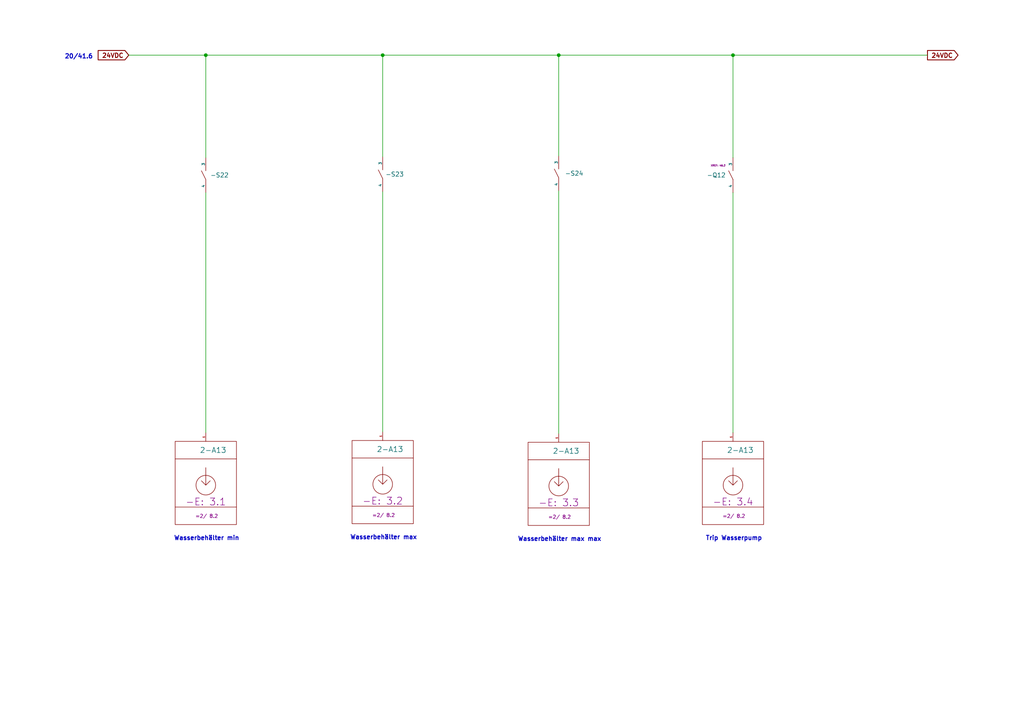
<source format=kicad_sch>
(kicad_sch (version 20250114) (generator "eeschema") (generator_version "9.0")
  (paper "A4")
  (title_block (comment 4 "25"))
  (lib_symbols
    (symbol "standart:PLC_IN_(E)" (on_board no)
      (property "Reference" "-A" (at -13.208 15.24 0))
      (property "Target" "=Gruppe/ Seite.Pfad" (at 0.254 -8.382 0))
      (symbol "PLC_IN_(E)_0_1"
        (rectangle (start -8.89 12.7) (end 8.89 -11.43))
        (polyline (pts (xy -8.89 7.62) (xy 8.89 7.62)))
        (polyline (pts (xy -8.89 -6.35) (xy 8.89 -6.35)))
        (polyline (pts (xy 0 5.08) (xy 0 0) (xy 1.27 1.27) (xy 0 0) (xy -1.27 1.27)))
        (circle (center 0 0) (radius 2.8398))
      )
      (symbol "PLC_IN_(E)_1_1"
        (pin input line (at 0 15.24 270) (length 2.54) (name "") (number "1"))
      )
    )
    (symbol "standart:Relais_(K)_NO" (pin_numbers (hide yes)) (pin_names (offset 0))
      (property "Reference" "-K" (at -4.318 4.318 0))
      (symbol "Relais_(K)_NO_0_1"
        (polyline (pts (xy 0 1.27) (xy 0 1.27)))
        (polyline (pts (xy 0 -1.27) (xy -1.27 1.27)))
      )
      (symbol "Relais_(K)_NO_1_1"
        (pin passive line (at 0 5.08 270) (length 3.81) (name "3") (number "3"))
        (pin passive line (at 0 -5.08 90) (length 3.81) (name "4") (number "4"))
      )
    )
  )
  (text "Trip Wasserpump" (at 212.852 156.21 0) (effects (font (size 1.27 1.27) (thickness 0.254) (bold yes))))
  (text "Wasserbehälter max" (at 111.252 155.956 0) (effects (font (size 1.27 1.27) (thickness 0.254) (bold yes))))
  (text "Wasserbehälter max max" (at 162.306 156.464 0) (effects (font (size 1.27 1.27) (thickness 0.254) (bold yes))))
  (text "20/41.6" (at 22.86 16.51 0) (effects (font (size 1.27 1.27) (thickness 0.254) (bold yes))))
  (text "Wasserbehälter min" (at 59.944 156.21 0) (effects (font (size 1.27 1.27) (thickness 0.254) (bold yes))))
  (junction (at 59.69 16.002))
  (junction (at 110.998 16.002))
  (junction (at 212.598 16.002))
  (junction (at 162.052 16.002))
  (wire (pts (xy 110.998 16.002) (xy 162.052 16.002)))
  (wire (pts (xy 162.052 16.002) (xy 212.598 16.002)))
  (wire (pts (xy 110.998 55.626) (xy 110.998 125.222)))
  (wire (pts (xy 212.598 16.002) (xy 212.598 45.72)))
  (wire (pts (xy 162.052 55.372) (xy 162.052 125.73)))
  (wire (pts (xy 162.052 16.002) (xy 162.052 45.212)))
  (wire (pts (xy 59.69 16.002) (xy 110.998 16.002)))
  (wire (pts (xy 212.598 55.88) (xy 212.598 125.476)))
  (wire (pts (xy 37.338 16.002) (xy 59.69 16.002)))
  (wire (pts (xy 212.598 16.002) (xy 268.986 16.002)))
  (wire (pts (xy 59.69 16.002) (xy 59.69 45.72)))
  (wire (pts (xy 110.998 16.002) (xy 110.998 45.466)))
  (wire (pts (xy 59.69 55.88) (xy 59.69 125.476)))
  (global_label "24VDC" (shape input) (at 37.338 16.002 180) (effects (font (thickness 0.254) (bold yes))) (property "Intersheetrefs" "${INTERSHEET_REFS}" (effects (hide yes))))
  (global_label "24VDC" (shape input) (at 277.876 16.002 180) (effects (font (thickness 0.254) (bold yes))) (property "Intersheetrefs" "${INTERSHEET_REFS}" (effects (hide yes))))
  (symbol (lib_id "standart:PLC_IN_(E)") (at 110.998 140.462 0) (unit 1) (on_board no)
    (property "Reference" "2-A13" (at 109.22 130.302 0) (effects (font (size 1.524 1.524)) (justify left)))
    (property "Target" "=2/ 8.2" (at 111.252 148.844 0) (effects (font (size 1.016 1.016)) (justify top)))
    (property "-E" "3.2" (at 110.998 145.288 0) (show_name yes) (effects (font (size 2.032 2.032))))
  )
  (symbol (lib_id "standart:Relais_(K)_NO") (at 162.052 50.292 0) (unit 1)
    (property "Reference" "-S24" (at 163.83 50.2919 0) (effects (justify left)))
  )
  (symbol (lib_id "standart:PLC_IN_(E)") (at 59.69 140.716 0) (unit 1) (on_board no)
    (property "Reference" "2-A13" (at 57.912 130.556 0) (effects (font (size 1.524 1.524)) (justify left)))
    (property "Target" "=2/ 8.2" (at 59.944 149.098 0) (effects (font (size 1.016 1.016)) (justify top)))
    (property "-E" "3.1" (at 59.69 145.542 0) (show_name yes) (effects (font (size 2.032 2.032))))
  )
  (symbol (lib_id "standart:PLC_IN_(E)") (at 212.598 140.716 0) (unit 1) (on_board no)
    (property "Reference" "2-A13" (at 210.82 130.556 0) (effects (font (size 1.524 1.524)) (justify left)))
    (property "Target" "=2/ 8.2" (at 212.852 149.098 0) (effects (font (size 1.016 1.016)) (justify top)))
    (property "-E" "3.4" (at 212.598 145.542 0) (show_name yes) (effects (font (size 2.032 2.032))))
  )
  (symbol (lib_id "standart:Relais_(K)_NO") (at 212.598 50.8 0) (unit 1)
    (property "Reference" "-Q12" (at 204.978 50.8 0) (effects (justify left)))
    (property "XREF" "46.2" (at 208.28 48.006 0) (show_name yes) (effects (font (size 0.508 0.508))))
  )
  (symbol (lib_id "standart:PLC_IN_(E)") (at 162.052 140.97 0) (unit 1) (on_board no)
    (property "Reference" "2-A13" (at 160.274 130.81 0) (effects (font (size 1.524 1.524)) (justify left)))
    (property "Target" "=2/ 8.2" (at 162.306 149.352 0) (effects (font (size 1.016 1.016)) (justify top)))
    (property "-E" "3.3" (at 162.052 145.796 0) (show_name yes) (effects (font (size 2.032 2.032))))
  )
  (symbol (lib_id "standart:Relais_(K)_NO") (at 59.69 50.8 0) (unit 1)
    (property "Reference" "-S22" (at 60.96 50.7999 0) (effects (justify left)))
  )
  (symbol (lib_id "standart:Relais_(K)_NO") (at 110.998 50.546 0) (unit 1)
    (property "Reference" "-S23" (at 111.76 50.5459 0) (effects (justify left)))
  )
)
</source>
